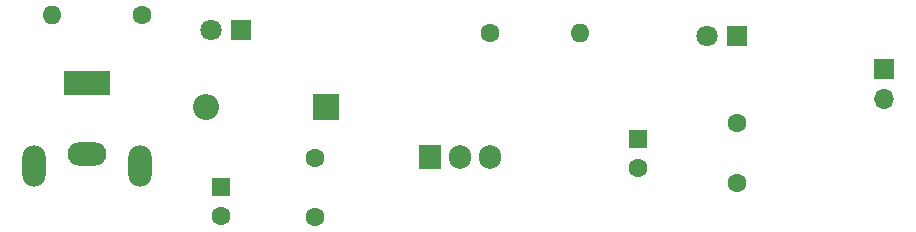
<source format=gbr>
%TF.GenerationSoftware,KiCad,Pcbnew,5.1.4-3.fc30*%
%TF.CreationDate,2019-10-13T17:17:29+02:00*%
%TF.ProjectId,power_supply_5V,706f7765-725f-4737-9570-706c795f3556,1.2*%
%TF.SameCoordinates,Original*%
%TF.FileFunction,Copper,L1,Top*%
%TF.FilePolarity,Positive*%
%FSLAX46Y46*%
G04 Gerber Fmt 4.6, Leading zero omitted, Abs format (unit mm)*
G04 Created by KiCad (PCBNEW 5.1.4-3.fc30) date 2019-10-13 17:17:29*
%MOMM*%
%LPD*%
G04 APERTURE LIST*
%TA.AperFunction,ComponentPad*%
%ADD10O,2.000000X3.500000*%
%TD*%
%TA.AperFunction,ComponentPad*%
%ADD11O,3.300000X2.000000*%
%TD*%
%TA.AperFunction,ComponentPad*%
%ADD12R,4.000000X2.000000*%
%TD*%
%TA.AperFunction,ComponentPad*%
%ADD13R,1.700000X1.700000*%
%TD*%
%TA.AperFunction,ComponentPad*%
%ADD14O,1.700000X1.700000*%
%TD*%
%TA.AperFunction,ComponentPad*%
%ADD15O,1.600000X1.600000*%
%TD*%
%TA.AperFunction,ComponentPad*%
%ADD16C,1.600000*%
%TD*%
%TA.AperFunction,ComponentPad*%
%ADD17C,1.800000*%
%TD*%
%TA.AperFunction,ComponentPad*%
%ADD18R,1.800000X1.800000*%
%TD*%
%TA.AperFunction,ComponentPad*%
%ADD19R,1.600000X1.600000*%
%TD*%
%TA.AperFunction,ComponentPad*%
%ADD20O,2.200000X2.200000*%
%TD*%
%TA.AperFunction,ComponentPad*%
%ADD21R,2.200000X2.200000*%
%TD*%
%TA.AperFunction,ComponentPad*%
%ADD22O,1.905000X2.000000*%
%TD*%
%TA.AperFunction,ComponentPad*%
%ADD23R,1.905000X2.000000*%
%TD*%
G04 APERTURE END LIST*
D10*
%TO.P,J1,MP*%
%TO.N,N/C*%
X84587600Y-94726000D03*
X75587600Y-94726000D03*
D11*
%TO.P,J1,2*%
%TO.N,Net-(C1-Pad2)*%
X80087600Y-93726000D03*
D12*
%TO.P,J1,1*%
%TO.N,Net-(D1-Pad1)*%
X80087600Y-87726000D03*
%TD*%
D13*
%TO.P,J2,1*%
%TO.N,Net-(C3-Pad1)*%
X147574000Y-86512400D03*
D14*
%TO.P,J2,2*%
%TO.N,Net-(C1-Pad2)*%
X147574000Y-89052400D03*
%TD*%
D15*
%TO.P,R1,2*%
%TO.N,Net-(C1-Pad2)*%
X77101700Y-81927700D03*
D16*
%TO.P,R1,1*%
%TO.N,Net-(D1-Pad2)*%
X84721700Y-81927700D03*
%TD*%
D17*
%TO.P,D1,2*%
%TO.N,Net-(D1-Pad2)*%
X90614500Y-83261200D03*
D18*
%TO.P,D1,1*%
%TO.N,Net-(D1-Pad1)*%
X93154500Y-83261200D03*
%TD*%
D16*
%TO.P,C1,2*%
%TO.N,Net-(C1-Pad2)*%
X91490800Y-98983800D03*
D19*
%TO.P,C1,1*%
%TO.N,Net-(C1-Pad1)*%
X91490800Y-96483800D03*
%TD*%
D16*
%TO.P,C2,2*%
%TO.N,Net-(C1-Pad2)*%
X99390200Y-99060000D03*
%TO.P,C2,1*%
%TO.N,Net-(C1-Pad1)*%
X99390200Y-94060000D03*
%TD*%
%TO.P,C3,2*%
%TO.N,Net-(C1-Pad2)*%
X135178800Y-96139000D03*
%TO.P,C3,1*%
%TO.N,Net-(C3-Pad1)*%
X135178800Y-91139000D03*
%TD*%
%TO.P,C4,2*%
%TO.N,Net-(C1-Pad2)*%
X126799600Y-94930600D03*
D19*
%TO.P,C4,1*%
%TO.N,Net-(C3-Pad1)*%
X126799600Y-92430600D03*
%TD*%
D20*
%TO.P,D2,2*%
%TO.N,Net-(D1-Pad1)*%
X90144600Y-89728800D03*
D21*
%TO.P,D2,1*%
%TO.N,Net-(C1-Pad1)*%
X100304600Y-89728800D03*
%TD*%
D17*
%TO.P,D3,2*%
%TO.N,Net-(D3-Pad2)*%
X132638800Y-83743800D03*
D18*
%TO.P,D3,1*%
%TO.N,Net-(C1-Pad2)*%
X135178800Y-83743800D03*
%TD*%
D15*
%TO.P,R2,2*%
%TO.N,Net-(D3-Pad2)*%
X121869200Y-83515200D03*
D16*
%TO.P,R2,1*%
%TO.N,Net-(C3-Pad1)*%
X114249200Y-83515200D03*
%TD*%
D22*
%TO.P,U1,3*%
%TO.N,Net-(C3-Pad1)*%
X114223800Y-94005400D03*
%TO.P,U1,2*%
%TO.N,Net-(C1-Pad2)*%
X111683800Y-94005400D03*
D23*
%TO.P,U1,1*%
%TO.N,Net-(C1-Pad1)*%
X109143800Y-94005400D03*
%TD*%
M02*

</source>
